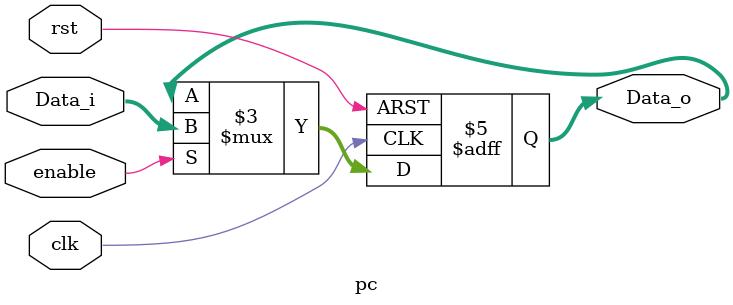
<source format=sv>
/*
	Description: Parametric register with modifications for Program Counter module
	Author: Luis Alberto Mena González
*/

module pc #(
    parameter int WIDTH = 32
)(
    input  logic              clk,
    input  logic              rst,
    input  logic              enable,
    input  logic [WIDTH-1:0]  Data_i,
    output logic [WIDTH-1:0]  Data_o
);

    always_ff @(posedge clk or posedge rst) begin
        if (rst)
            Data_o <= 32'h400_000;  // Program counter start address for RISC-V
        else if (enable)
            Data_o <= Data_i;
		  else Data_o <= Data_o;
        // else implícito: mantiene el valor de Data_o
    end

endmodule
</source>
